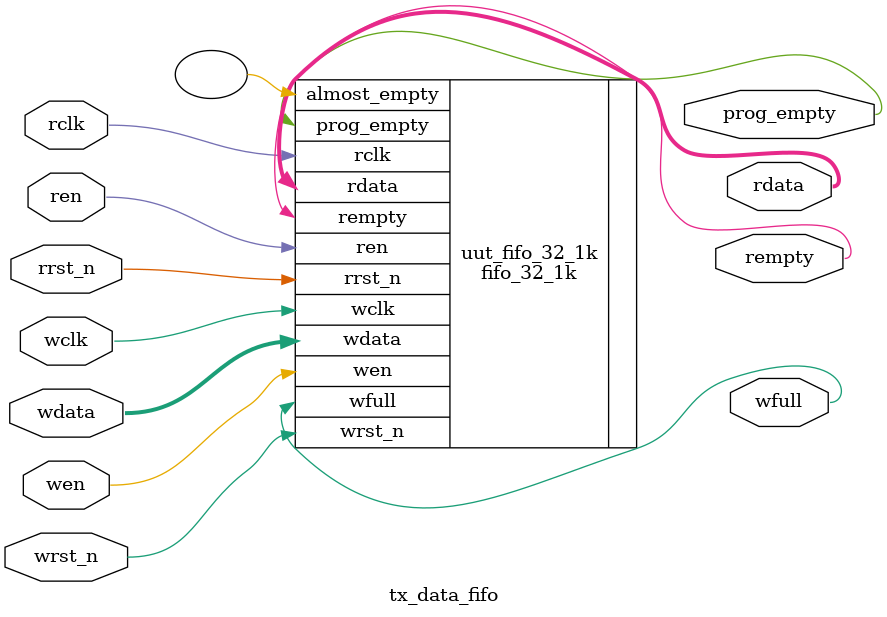
<source format=v>

module tx_data_fifo(
    wclk,
    rclk,
    rrst_n,
    wrst_n,
    wdata,
    rdata,
    wen,
    ren,
    prog_empty,
    rempty,
    wfull
);

input wclk;
input rclk;
input rrst_n;
input wrst_n;
input [31:0] wdata;
output [31:0] rdata;
input wen;
input ren;
output prog_empty;
output rempty;
output wfull;





fifo_32_1k #(
	.ALMOSTEMPTYTH(10'd810)
)
uut_fifo_32_1k(
	.wclk(wclk),
	.rclk(rclk),
	.rrst_n(rrst_n),
	.wrst_n(wrst_n),
	.wdata(wdata),
	.rdata(rdata),
	.wen(wen),
	.ren(ren),
	.almost_empty(),
	.prog_empty(prog_empty),
	.rempty(rempty),
	.wfull(wfull)
);


endmodule

// ============================================================
//                  fifo Setting
//
// Warning: This part is read by Fuxi, please don't modify it.
// ============================================================
// Device          : H1D03N3W72C7
// Module          : tx_data_fifo
// IP core         : fifo
// IP Version      : 2

// AlmostEmpty     : false
// AlmostFull      : false
// EmptyAssert     : 30
// EmptyNegate     : 20
// EmptySingle     : 810
// EmptyType       : 1
// FifoType        : software
// FullAssert      : 1018
// FullNegate      : 1014
// FullSingle      : 1020
// FullType        : 0
// Fwft            : true
// OverFlow        : false
// PeekMode        : false
// ReadAck         : false
// ReadAddrWidth   : 10
// ReadClr         : false
// ReadCnt         : true
// ReadDataWidth   : 32
// Regout          : false
// RegoutEn        : false
// Simulation Files: ../ip_core/fifo_v2/src/syn_fifo.v ../ip_core/fifo_v2/src/asyn_fifo.v
// Synthesis Files : src/syn_fifo.v src/asyn_fifo.v
// UnderFlow       : false
// UseHardWare     : false
// WorkMode        : true
// WriteAck        : false
// WriteAddrWidth  : 10
// WriteClr        : false
// WriteCnt        : false
// WriteDataWidth  : 32
// WriteDrop       : false

</source>
